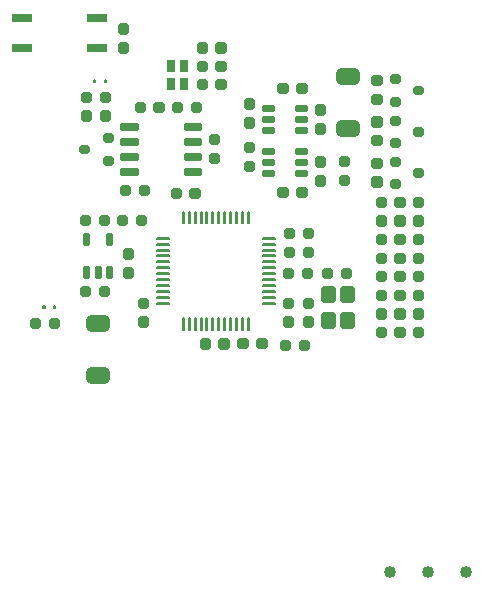
<source format=gtp>
G04 EAGLE Gerber RS-274X export*
G75*
%MOMM*%
%FSLAX34Y34*%
%LPD*%
%INTop Paste*%
%IPPOS*%
%AMOC8*
5,1,8,0,0,1.08239X$1,22.5*%
G01*
%ADD10C,0.665000*%
%ADD11C,0.560000*%
%ADD12C,0.980000*%
%ADD13C,0.420000*%
%ADD14C,0.203000*%
%ADD15C,0.480000*%
%ADD16R,0.800000X1.000000*%
%ADD17C,0.210000*%
%ADD18R,1.800000X0.650000*%
%ADD19C,1.016000*%


D10*
X343075Y313575D02*
X343075Y316425D01*
X345925Y316425D01*
X345925Y313575D01*
X343075Y313575D01*
X343075Y300425D02*
X343075Y297575D01*
X343075Y300425D02*
X345925Y300425D01*
X345925Y297575D01*
X343075Y297575D01*
X422075Y367575D02*
X422075Y370425D01*
X424925Y370425D01*
X424925Y367575D01*
X422075Y367575D01*
X422075Y354425D02*
X422075Y351575D01*
X422075Y354425D02*
X424925Y354425D01*
X424925Y351575D01*
X422075Y351575D01*
X422075Y338925D02*
X422075Y336075D01*
X422075Y338925D02*
X424925Y338925D01*
X424925Y336075D01*
X422075Y336075D01*
X422075Y322925D02*
X422075Y320075D01*
X422075Y322925D02*
X424925Y322925D01*
X424925Y320075D01*
X422075Y320075D01*
X422075Y307425D02*
X422075Y304575D01*
X422075Y307425D02*
X424925Y307425D01*
X424925Y304575D01*
X422075Y304575D01*
X422075Y291425D02*
X422075Y288575D01*
X422075Y291425D02*
X424925Y291425D01*
X424925Y288575D01*
X422075Y288575D01*
X424925Y383075D02*
X424925Y385925D01*
X424925Y383075D02*
X422075Y383075D01*
X422075Y385925D01*
X424925Y385925D01*
X424925Y399075D02*
X424925Y401925D01*
X424925Y399075D02*
X422075Y399075D01*
X422075Y401925D01*
X424925Y401925D01*
X310075Y482075D02*
X310075Y484925D01*
X312925Y484925D01*
X312925Y482075D01*
X310075Y482075D01*
X310075Y468925D02*
X310075Y466075D01*
X310075Y468925D02*
X312925Y468925D01*
X312925Y466075D01*
X310075Y466075D01*
X338575Y495575D02*
X341425Y495575D01*
X338575Y495575D02*
X338575Y498425D01*
X341425Y498425D01*
X341425Y495575D01*
X354575Y495575D02*
X357425Y495575D01*
X354575Y495575D02*
X354575Y498425D01*
X357425Y498425D01*
X357425Y495575D01*
X370075Y435925D02*
X370075Y433075D01*
X370075Y435925D02*
X372925Y435925D01*
X372925Y433075D01*
X370075Y433075D01*
X370075Y419925D02*
X370075Y417075D01*
X370075Y419925D02*
X372925Y419925D01*
X372925Y417075D01*
X370075Y417075D01*
X280575Y452075D02*
X280575Y454925D01*
X283425Y454925D01*
X283425Y452075D01*
X280575Y452075D01*
X280575Y438925D02*
X280575Y436075D01*
X280575Y438925D02*
X283425Y438925D01*
X283425Y436075D01*
X280575Y436075D01*
D11*
X173200Y444300D02*
X173200Y446700D01*
X173200Y444300D02*
X169800Y444300D01*
X169800Y446700D01*
X173200Y446700D01*
X193200Y453800D02*
X193200Y456200D01*
X193200Y453800D02*
X189800Y453800D01*
X189800Y456200D01*
X193200Y456200D01*
X193200Y437200D02*
X193200Y434800D01*
X189800Y434800D01*
X189800Y437200D01*
X193200Y437200D01*
D12*
X389400Y460900D02*
X389400Y465100D01*
X399600Y465100D01*
X399600Y460900D01*
X389400Y460900D01*
X389400Y504900D02*
X389400Y509100D01*
X399600Y509100D01*
X399600Y504900D01*
X389400Y504900D01*
D11*
X452800Y426700D02*
X452800Y424300D01*
X452800Y426700D02*
X456200Y426700D01*
X456200Y424300D01*
X452800Y424300D01*
X432800Y417200D02*
X432800Y414800D01*
X432800Y417200D02*
X436200Y417200D01*
X436200Y414800D01*
X432800Y414800D01*
X432800Y433800D02*
X432800Y436200D01*
X436200Y436200D01*
X436200Y433800D01*
X432800Y433800D01*
X452800Y459300D02*
X452800Y461700D01*
X456200Y461700D01*
X456200Y459300D01*
X452800Y459300D01*
X432800Y452200D02*
X432800Y449800D01*
X432800Y452200D02*
X436200Y452200D01*
X436200Y449800D01*
X432800Y449800D01*
X432800Y468800D02*
X432800Y471200D01*
X436200Y471200D01*
X436200Y468800D01*
X432800Y468800D01*
X452800Y494300D02*
X452800Y496700D01*
X456200Y496700D01*
X456200Y494300D01*
X452800Y494300D01*
X432800Y487200D02*
X432800Y484800D01*
X432800Y487200D02*
X436200Y487200D01*
X436200Y484800D01*
X432800Y484800D01*
X432800Y503800D02*
X432800Y506200D01*
X436200Y506200D01*
X436200Y503800D01*
X432800Y503800D01*
D10*
X440425Y385925D02*
X440425Y383075D01*
X437575Y383075D01*
X437575Y385925D01*
X440425Y385925D01*
X440425Y399075D02*
X440425Y401925D01*
X440425Y399075D02*
X437575Y399075D01*
X437575Y401925D01*
X440425Y401925D01*
X357425Y409925D02*
X354575Y409925D01*
X357425Y409925D02*
X357425Y407075D01*
X354575Y407075D01*
X354575Y409925D01*
X341425Y409925D02*
X338575Y409925D01*
X341425Y409925D02*
X341425Y407075D01*
X338575Y407075D01*
X338575Y409925D01*
X393425Y417575D02*
X393425Y420425D01*
X393425Y417575D02*
X390575Y417575D01*
X390575Y420425D01*
X393425Y420425D01*
X393425Y433575D02*
X393425Y436425D01*
X393425Y433575D02*
X390575Y433575D01*
X390575Y436425D01*
X393425Y436425D01*
X310075Y445575D02*
X310075Y448425D01*
X312925Y448425D01*
X312925Y445575D01*
X310075Y445575D01*
X310075Y432425D02*
X310075Y429575D01*
X310075Y432425D02*
X312925Y432425D01*
X312925Y429575D01*
X310075Y429575D01*
X420925Y418925D02*
X420925Y416075D01*
X418075Y416075D01*
X418075Y418925D01*
X420925Y418925D01*
X420925Y432075D02*
X420925Y434925D01*
X420925Y432075D02*
X418075Y432075D01*
X418075Y434925D01*
X420925Y434925D01*
X420925Y451075D02*
X420925Y453925D01*
X420925Y451075D02*
X418075Y451075D01*
X418075Y453925D01*
X420925Y453925D01*
X420925Y467075D02*
X420925Y469925D01*
X420925Y467075D02*
X418075Y467075D01*
X418075Y469925D01*
X420925Y469925D01*
X420925Y486075D02*
X420925Y488925D01*
X420925Y486075D02*
X418075Y486075D01*
X418075Y488925D01*
X420925Y488925D01*
X420925Y502075D02*
X420925Y504925D01*
X420925Y502075D02*
X418075Y502075D01*
X418075Y504925D01*
X420925Y504925D01*
X174925Y472075D02*
X172075Y472075D01*
X172075Y474925D01*
X174925Y474925D01*
X174925Y472075D01*
X188075Y472075D02*
X190925Y472075D01*
X188075Y472075D02*
X188075Y474925D01*
X190925Y474925D01*
X190925Y472075D01*
X455925Y354425D02*
X455925Y351575D01*
X453075Y351575D01*
X453075Y354425D01*
X455925Y354425D01*
X455925Y367575D02*
X455925Y370425D01*
X455925Y367575D02*
X453075Y367575D01*
X453075Y370425D01*
X455925Y370425D01*
X437575Y370425D02*
X437575Y367575D01*
X437575Y370425D02*
X440425Y370425D01*
X440425Y367575D01*
X437575Y367575D01*
X437575Y354425D02*
X437575Y351575D01*
X437575Y354425D02*
X440425Y354425D01*
X440425Y351575D01*
X437575Y351575D01*
X455925Y322925D02*
X455925Y320075D01*
X453075Y320075D01*
X453075Y322925D01*
X455925Y322925D01*
X455925Y336075D02*
X455925Y338925D01*
X455925Y336075D02*
X453075Y336075D01*
X453075Y338925D01*
X455925Y338925D01*
X437575Y338925D02*
X437575Y336075D01*
X437575Y338925D02*
X440425Y338925D01*
X440425Y336075D01*
X437575Y336075D01*
X437575Y322925D02*
X437575Y320075D01*
X437575Y322925D02*
X440425Y322925D01*
X440425Y320075D01*
X437575Y320075D01*
X455925Y291425D02*
X455925Y288575D01*
X453075Y288575D01*
X453075Y291425D01*
X455925Y291425D01*
X455925Y304575D02*
X455925Y307425D01*
X455925Y304575D02*
X453075Y304575D01*
X453075Y307425D01*
X455925Y307425D01*
X437575Y307425D02*
X437575Y304575D01*
X437575Y307425D02*
X440425Y307425D01*
X440425Y304575D01*
X437575Y304575D01*
X437575Y291425D02*
X437575Y288575D01*
X437575Y291425D02*
X440425Y291425D01*
X440425Y288575D01*
X437575Y288575D01*
X453075Y399075D02*
X453075Y401925D01*
X455925Y401925D01*
X455925Y399075D01*
X453075Y399075D01*
X453075Y385925D02*
X453075Y383075D01*
X453075Y385925D02*
X455925Y385925D01*
X455925Y383075D01*
X453075Y383075D01*
D13*
X269150Y427350D02*
X257850Y427350D01*
X269150Y427350D02*
X269150Y425550D01*
X257850Y425550D01*
X257850Y427350D01*
X215150Y427350D02*
X203850Y427350D01*
X215150Y427350D02*
X215150Y425550D01*
X203850Y425550D01*
X203850Y427350D01*
X257850Y440050D02*
X269150Y440050D01*
X269150Y438250D01*
X257850Y438250D01*
X257850Y440050D01*
X257850Y452750D02*
X269150Y452750D01*
X269150Y450950D01*
X257850Y450950D01*
X257850Y452750D01*
X215150Y440050D02*
X203850Y440050D01*
X215150Y440050D02*
X215150Y438250D01*
X203850Y438250D01*
X203850Y440050D01*
X203850Y452750D02*
X215150Y452750D01*
X215150Y450950D01*
X203850Y450950D01*
X203850Y452750D01*
X257850Y465450D02*
X269150Y465450D01*
X269150Y463650D01*
X257850Y463650D01*
X257850Y465450D01*
X215150Y465450D02*
X203850Y465450D01*
X215150Y465450D02*
X215150Y463650D01*
X203850Y463650D01*
X203850Y465450D01*
X324100Y479600D02*
X330900Y479600D01*
X324100Y479600D02*
X324100Y481400D01*
X330900Y481400D01*
X330900Y479600D01*
X330900Y470100D02*
X324100Y470100D01*
X324100Y471900D01*
X330900Y471900D01*
X330900Y470100D01*
X330900Y460600D02*
X324100Y460600D01*
X324100Y462400D01*
X330900Y462400D01*
X330900Y460600D01*
X352100Y460600D02*
X358900Y460600D01*
X352100Y460600D02*
X352100Y462400D01*
X358900Y462400D01*
X358900Y460600D01*
X358900Y470100D02*
X352100Y470100D01*
X352100Y471900D01*
X358900Y471900D01*
X358900Y470100D01*
X358900Y479600D02*
X352100Y479600D01*
X352100Y481400D01*
X358900Y481400D01*
X358900Y479600D01*
X330900Y443100D02*
X324100Y443100D01*
X324100Y444900D01*
X330900Y444900D01*
X330900Y443100D01*
X330900Y433600D02*
X324100Y433600D01*
X324100Y435400D01*
X330900Y435400D01*
X330900Y433600D01*
X330900Y424100D02*
X324100Y424100D01*
X324100Y425900D01*
X330900Y425900D01*
X330900Y424100D01*
X352100Y424100D02*
X358900Y424100D01*
X352100Y424100D02*
X352100Y425900D01*
X358900Y425900D01*
X358900Y424100D01*
X358900Y433600D02*
X352100Y433600D01*
X352100Y435400D01*
X358900Y435400D01*
X358900Y433600D01*
X358900Y443100D02*
X352100Y443100D01*
X352100Y444900D01*
X358900Y444900D01*
X358900Y443100D01*
D10*
X267925Y481925D02*
X265075Y481925D01*
X267925Y481925D02*
X267925Y479075D01*
X265075Y479075D01*
X265075Y481925D01*
X251925Y481925D02*
X249075Y481925D01*
X251925Y481925D02*
X251925Y479075D01*
X249075Y479075D01*
X249075Y481925D01*
X236425Y481925D02*
X233575Y481925D01*
X236425Y481925D02*
X236425Y479075D01*
X233575Y479075D01*
X233575Y481925D01*
X220425Y481925D02*
X217575Y481925D01*
X220425Y481925D02*
X220425Y479075D01*
X217575Y479075D01*
X217575Y481925D01*
X221075Y411925D02*
X223925Y411925D01*
X223925Y409075D01*
X221075Y409075D01*
X221075Y411925D01*
X207925Y411925D02*
X205075Y411925D01*
X207925Y411925D02*
X207925Y409075D01*
X205075Y409075D01*
X205075Y411925D01*
X190925Y490425D02*
X188075Y490425D01*
X190925Y490425D02*
X190925Y487575D01*
X188075Y487575D01*
X188075Y490425D01*
X174925Y490425D02*
X172075Y490425D01*
X174925Y490425D02*
X174925Y487575D01*
X172075Y487575D01*
X172075Y490425D01*
X370075Y479925D02*
X370075Y477075D01*
X370075Y479925D02*
X372925Y479925D01*
X372925Y477075D01*
X370075Y477075D01*
X370075Y463925D02*
X370075Y461075D01*
X370075Y463925D02*
X372925Y463925D01*
X372925Y461075D01*
X370075Y461075D01*
D14*
X332985Y315435D02*
X323015Y315435D01*
X332985Y315435D02*
X332985Y314565D01*
X323015Y314565D01*
X323015Y315435D01*
X323015Y320435D02*
X332985Y320435D01*
X332985Y319565D01*
X323015Y319565D01*
X323015Y320435D01*
X323015Y325435D02*
X332985Y325435D01*
X332985Y324565D01*
X323015Y324565D01*
X323015Y325435D01*
X323015Y330435D02*
X332985Y330435D01*
X332985Y329565D01*
X323015Y329565D01*
X323015Y330435D01*
X323015Y335435D02*
X332985Y335435D01*
X332985Y334565D01*
X323015Y334565D01*
X323015Y335435D01*
X323015Y340435D02*
X332985Y340435D01*
X332985Y339565D01*
X323015Y339565D01*
X323015Y340435D01*
X323015Y345435D02*
X332985Y345435D01*
X332985Y344565D01*
X323015Y344565D01*
X323015Y345435D01*
X323015Y350435D02*
X332985Y350435D01*
X332985Y349565D01*
X323015Y349565D01*
X323015Y350435D01*
X323015Y355435D02*
X332985Y355435D01*
X332985Y354565D01*
X323015Y354565D01*
X323015Y355435D01*
X323015Y360435D02*
X332985Y360435D01*
X332985Y359565D01*
X323015Y359565D01*
X323015Y360435D01*
X323015Y365435D02*
X332985Y365435D01*
X332985Y364565D01*
X323015Y364565D01*
X323015Y365435D01*
X323015Y370435D02*
X332985Y370435D01*
X332985Y369565D01*
X323015Y369565D01*
X323015Y370435D01*
X310065Y382515D02*
X310065Y392485D01*
X310935Y392485D01*
X310935Y382515D01*
X310065Y382515D01*
X310065Y384443D02*
X310935Y384443D01*
X310935Y386371D02*
X310065Y386371D01*
X310065Y388299D02*
X310935Y388299D01*
X310935Y390227D02*
X310065Y390227D01*
X310065Y392155D02*
X310935Y392155D01*
X305065Y392485D02*
X305065Y382515D01*
X305065Y392485D02*
X305935Y392485D01*
X305935Y382515D01*
X305065Y382515D01*
X305065Y384443D02*
X305935Y384443D01*
X305935Y386371D02*
X305065Y386371D01*
X305065Y388299D02*
X305935Y388299D01*
X305935Y390227D02*
X305065Y390227D01*
X305065Y392155D02*
X305935Y392155D01*
X300065Y392485D02*
X300065Y382515D01*
X300065Y392485D02*
X300935Y392485D01*
X300935Y382515D01*
X300065Y382515D01*
X300065Y384443D02*
X300935Y384443D01*
X300935Y386371D02*
X300065Y386371D01*
X300065Y388299D02*
X300935Y388299D01*
X300935Y390227D02*
X300065Y390227D01*
X300065Y392155D02*
X300935Y392155D01*
X295065Y392485D02*
X295065Y382515D01*
X295065Y392485D02*
X295935Y392485D01*
X295935Y382515D01*
X295065Y382515D01*
X295065Y384443D02*
X295935Y384443D01*
X295935Y386371D02*
X295065Y386371D01*
X295065Y388299D02*
X295935Y388299D01*
X295935Y390227D02*
X295065Y390227D01*
X295065Y392155D02*
X295935Y392155D01*
X290065Y392485D02*
X290065Y382515D01*
X290065Y392485D02*
X290935Y392485D01*
X290935Y382515D01*
X290065Y382515D01*
X290065Y384443D02*
X290935Y384443D01*
X290935Y386371D02*
X290065Y386371D01*
X290065Y388299D02*
X290935Y388299D01*
X290935Y390227D02*
X290065Y390227D01*
X290065Y392155D02*
X290935Y392155D01*
X285065Y392485D02*
X285065Y382515D01*
X285065Y392485D02*
X285935Y392485D01*
X285935Y382515D01*
X285065Y382515D01*
X285065Y384443D02*
X285935Y384443D01*
X285935Y386371D02*
X285065Y386371D01*
X285065Y388299D02*
X285935Y388299D01*
X285935Y390227D02*
X285065Y390227D01*
X285065Y392155D02*
X285935Y392155D01*
X280065Y392485D02*
X280065Y382515D01*
X280065Y392485D02*
X280935Y392485D01*
X280935Y382515D01*
X280065Y382515D01*
X280065Y384443D02*
X280935Y384443D01*
X280935Y386371D02*
X280065Y386371D01*
X280065Y388299D02*
X280935Y388299D01*
X280935Y390227D02*
X280065Y390227D01*
X280065Y392155D02*
X280935Y392155D01*
X275065Y392485D02*
X275065Y382515D01*
X275065Y392485D02*
X275935Y392485D01*
X275935Y382515D01*
X275065Y382515D01*
X275065Y384443D02*
X275935Y384443D01*
X275935Y386371D02*
X275065Y386371D01*
X275065Y388299D02*
X275935Y388299D01*
X275935Y390227D02*
X275065Y390227D01*
X275065Y392155D02*
X275935Y392155D01*
X270065Y392485D02*
X270065Y382515D01*
X270065Y392485D02*
X270935Y392485D01*
X270935Y382515D01*
X270065Y382515D01*
X270065Y384443D02*
X270935Y384443D01*
X270935Y386371D02*
X270065Y386371D01*
X270065Y388299D02*
X270935Y388299D01*
X270935Y390227D02*
X270065Y390227D01*
X270065Y392155D02*
X270935Y392155D01*
X265065Y392485D02*
X265065Y382515D01*
X265065Y392485D02*
X265935Y392485D01*
X265935Y382515D01*
X265065Y382515D01*
X265065Y384443D02*
X265935Y384443D01*
X265935Y386371D02*
X265065Y386371D01*
X265065Y388299D02*
X265935Y388299D01*
X265935Y390227D02*
X265065Y390227D01*
X265065Y392155D02*
X265935Y392155D01*
X260065Y392485D02*
X260065Y382515D01*
X260065Y392485D02*
X260935Y392485D01*
X260935Y382515D01*
X260065Y382515D01*
X260065Y384443D02*
X260935Y384443D01*
X260935Y386371D02*
X260065Y386371D01*
X260065Y388299D02*
X260935Y388299D01*
X260935Y390227D02*
X260065Y390227D01*
X260065Y392155D02*
X260935Y392155D01*
X255065Y392485D02*
X255065Y382515D01*
X255065Y392485D02*
X255935Y392485D01*
X255935Y382515D01*
X255065Y382515D01*
X255065Y384443D02*
X255935Y384443D01*
X255935Y386371D02*
X255065Y386371D01*
X255065Y388299D02*
X255935Y388299D01*
X255935Y390227D02*
X255065Y390227D01*
X255065Y392155D02*
X255935Y392155D01*
X242985Y370435D02*
X233015Y370435D01*
X242985Y370435D02*
X242985Y369565D01*
X233015Y369565D01*
X233015Y370435D01*
X233015Y365435D02*
X242985Y365435D01*
X242985Y364565D01*
X233015Y364565D01*
X233015Y365435D01*
X233015Y360435D02*
X242985Y360435D01*
X242985Y359565D01*
X233015Y359565D01*
X233015Y360435D01*
X233015Y355435D02*
X242985Y355435D01*
X242985Y354565D01*
X233015Y354565D01*
X233015Y355435D01*
X233015Y350435D02*
X242985Y350435D01*
X242985Y349565D01*
X233015Y349565D01*
X233015Y350435D01*
X233015Y345435D02*
X242985Y345435D01*
X242985Y344565D01*
X233015Y344565D01*
X233015Y345435D01*
X233015Y340435D02*
X242985Y340435D01*
X242985Y339565D01*
X233015Y339565D01*
X233015Y340435D01*
X233015Y335435D02*
X242985Y335435D01*
X242985Y334565D01*
X233015Y334565D01*
X233015Y335435D01*
X233015Y330435D02*
X242985Y330435D01*
X242985Y329565D01*
X233015Y329565D01*
X233015Y330435D01*
X233015Y325435D02*
X242985Y325435D01*
X242985Y324565D01*
X233015Y324565D01*
X233015Y325435D01*
X233015Y320435D02*
X242985Y320435D01*
X242985Y319565D01*
X233015Y319565D01*
X233015Y320435D01*
X233015Y315435D02*
X242985Y315435D01*
X242985Y314565D01*
X233015Y314565D01*
X233015Y315435D01*
X255065Y302485D02*
X255065Y292515D01*
X255065Y302485D02*
X255935Y302485D01*
X255935Y292515D01*
X255065Y292515D01*
X255065Y294443D02*
X255935Y294443D01*
X255935Y296371D02*
X255065Y296371D01*
X255065Y298299D02*
X255935Y298299D01*
X255935Y300227D02*
X255065Y300227D01*
X255065Y302155D02*
X255935Y302155D01*
X260065Y302485D02*
X260065Y292515D01*
X260065Y302485D02*
X260935Y302485D01*
X260935Y292515D01*
X260065Y292515D01*
X260065Y294443D02*
X260935Y294443D01*
X260935Y296371D02*
X260065Y296371D01*
X260065Y298299D02*
X260935Y298299D01*
X260935Y300227D02*
X260065Y300227D01*
X260065Y302155D02*
X260935Y302155D01*
X265065Y302485D02*
X265065Y292515D01*
X265065Y302485D02*
X265935Y302485D01*
X265935Y292515D01*
X265065Y292515D01*
X265065Y294443D02*
X265935Y294443D01*
X265935Y296371D02*
X265065Y296371D01*
X265065Y298299D02*
X265935Y298299D01*
X265935Y300227D02*
X265065Y300227D01*
X265065Y302155D02*
X265935Y302155D01*
X270065Y302485D02*
X270065Y292515D01*
X270065Y302485D02*
X270935Y302485D01*
X270935Y292515D01*
X270065Y292515D01*
X270065Y294443D02*
X270935Y294443D01*
X270935Y296371D02*
X270065Y296371D01*
X270065Y298299D02*
X270935Y298299D01*
X270935Y300227D02*
X270065Y300227D01*
X270065Y302155D02*
X270935Y302155D01*
X275065Y302485D02*
X275065Y292515D01*
X275065Y302485D02*
X275935Y302485D01*
X275935Y292515D01*
X275065Y292515D01*
X275065Y294443D02*
X275935Y294443D01*
X275935Y296371D02*
X275065Y296371D01*
X275065Y298299D02*
X275935Y298299D01*
X275935Y300227D02*
X275065Y300227D01*
X275065Y302155D02*
X275935Y302155D01*
X280065Y302485D02*
X280065Y292515D01*
X280065Y302485D02*
X280935Y302485D01*
X280935Y292515D01*
X280065Y292515D01*
X280065Y294443D02*
X280935Y294443D01*
X280935Y296371D02*
X280065Y296371D01*
X280065Y298299D02*
X280935Y298299D01*
X280935Y300227D02*
X280065Y300227D01*
X280065Y302155D02*
X280935Y302155D01*
X285065Y302485D02*
X285065Y292515D01*
X285065Y302485D02*
X285935Y302485D01*
X285935Y292515D01*
X285065Y292515D01*
X285065Y294443D02*
X285935Y294443D01*
X285935Y296371D02*
X285065Y296371D01*
X285065Y298299D02*
X285935Y298299D01*
X285935Y300227D02*
X285065Y300227D01*
X285065Y302155D02*
X285935Y302155D01*
X290065Y302485D02*
X290065Y292515D01*
X290065Y302485D02*
X290935Y302485D01*
X290935Y292515D01*
X290065Y292515D01*
X290065Y294443D02*
X290935Y294443D01*
X290935Y296371D02*
X290065Y296371D01*
X290065Y298299D02*
X290935Y298299D01*
X290935Y300227D02*
X290065Y300227D01*
X290065Y302155D02*
X290935Y302155D01*
X295065Y302485D02*
X295065Y292515D01*
X295065Y302485D02*
X295935Y302485D01*
X295935Y292515D01*
X295065Y292515D01*
X295065Y294443D02*
X295935Y294443D01*
X295935Y296371D02*
X295065Y296371D01*
X295065Y298299D02*
X295935Y298299D01*
X295935Y300227D02*
X295065Y300227D01*
X295065Y302155D02*
X295935Y302155D01*
X300065Y302485D02*
X300065Y292515D01*
X300065Y302485D02*
X300935Y302485D01*
X300935Y292515D01*
X300065Y292515D01*
X300065Y294443D02*
X300935Y294443D01*
X300935Y296371D02*
X300065Y296371D01*
X300065Y298299D02*
X300935Y298299D01*
X300935Y300227D02*
X300065Y300227D01*
X300065Y302155D02*
X300935Y302155D01*
X305065Y302485D02*
X305065Y292515D01*
X305065Y302485D02*
X305935Y302485D01*
X305935Y292515D01*
X305065Y292515D01*
X305065Y294443D02*
X305935Y294443D01*
X305935Y296371D02*
X305065Y296371D01*
X305065Y298299D02*
X305935Y298299D01*
X305935Y300227D02*
X305065Y300227D01*
X305065Y302155D02*
X305935Y302155D01*
X310065Y302485D02*
X310065Y292515D01*
X310065Y302485D02*
X310935Y302485D01*
X310935Y292515D01*
X310065Y292515D01*
X310065Y294443D02*
X310935Y294443D01*
X310935Y296371D02*
X310065Y296371D01*
X310065Y298299D02*
X310935Y298299D01*
X310935Y300227D02*
X310065Y300227D01*
X310065Y302155D02*
X310935Y302155D01*
D10*
X250925Y406575D02*
X248075Y406575D01*
X248075Y409425D01*
X250925Y409425D01*
X250925Y406575D01*
X264075Y406575D02*
X266925Y406575D01*
X264075Y406575D02*
X264075Y409425D01*
X266925Y409425D01*
X266925Y406575D01*
X220075Y316425D02*
X220075Y313575D01*
X220075Y316425D02*
X222925Y316425D01*
X222925Y313575D01*
X220075Y313575D01*
X220075Y300425D02*
X220075Y297575D01*
X220075Y300425D02*
X222925Y300425D01*
X222925Y297575D01*
X220075Y297575D01*
X320575Y282425D02*
X323425Y282425D01*
X323425Y279575D01*
X320575Y279575D01*
X320575Y282425D01*
X307425Y282425D02*
X304575Y282425D01*
X307425Y282425D02*
X307425Y279575D01*
X304575Y279575D01*
X304575Y282425D01*
X221425Y386425D02*
X218575Y386425D01*
X221425Y386425D02*
X221425Y383575D01*
X218575Y383575D01*
X218575Y386425D01*
X205425Y386425D02*
X202575Y386425D01*
X205425Y386425D02*
X205425Y383575D01*
X202575Y383575D01*
X202575Y386425D01*
X344075Y356575D02*
X346925Y356575D01*
X344075Y356575D02*
X344075Y359425D01*
X346925Y359425D01*
X346925Y356575D01*
X360075Y356575D02*
X362925Y356575D01*
X360075Y356575D02*
X360075Y359425D01*
X362925Y359425D01*
X362925Y356575D01*
X346925Y372575D02*
X344075Y372575D01*
X344075Y375425D01*
X346925Y375425D01*
X346925Y372575D01*
X360075Y372575D02*
X362925Y372575D01*
X360075Y372575D02*
X360075Y375425D01*
X362925Y375425D01*
X362925Y372575D01*
X343425Y277575D02*
X340575Y277575D01*
X340575Y280425D01*
X343425Y280425D01*
X343425Y277575D01*
X356575Y277575D02*
X359425Y277575D01*
X356575Y277575D02*
X356575Y280425D01*
X359425Y280425D01*
X359425Y277575D01*
X291425Y281925D02*
X288575Y281925D01*
X291425Y281925D02*
X291425Y279075D01*
X288575Y279075D01*
X288575Y281925D01*
X275425Y281925D02*
X272575Y281925D01*
X275425Y281925D02*
X275425Y279075D01*
X272575Y279075D01*
X272575Y281925D01*
X376075Y338575D02*
X378925Y338575D01*
X376075Y338575D02*
X376075Y341425D01*
X378925Y341425D01*
X378925Y338575D01*
X392075Y338575D02*
X394925Y338575D01*
X392075Y338575D02*
X392075Y341425D01*
X394925Y341425D01*
X394925Y338575D01*
X360075Y316425D02*
X360075Y313575D01*
X360075Y316425D02*
X362925Y316425D01*
X362925Y313575D01*
X360075Y313575D01*
X360075Y300425D02*
X360075Y297575D01*
X360075Y300425D02*
X362925Y300425D01*
X362925Y297575D01*
X360075Y297575D01*
X345925Y338575D02*
X343075Y338575D01*
X343075Y341425D01*
X345925Y341425D01*
X345925Y338575D01*
X359075Y338575D02*
X361925Y338575D01*
X359075Y338575D02*
X359075Y341425D01*
X361925Y341425D01*
X361925Y338575D01*
D15*
X374900Y327100D02*
X374900Y317900D01*
X374900Y327100D02*
X382100Y327100D01*
X382100Y317900D01*
X374900Y317900D01*
X374900Y322460D02*
X382100Y322460D01*
X382100Y327020D02*
X374900Y327020D01*
X374900Y305100D02*
X374900Y295900D01*
X374900Y305100D02*
X382100Y305100D01*
X382100Y295900D01*
X374900Y295900D01*
X374900Y300460D02*
X382100Y300460D01*
X382100Y305020D02*
X374900Y305020D01*
X390900Y305100D02*
X390900Y295900D01*
X390900Y305100D02*
X398100Y305100D01*
X398100Y295900D01*
X390900Y295900D01*
X390900Y300460D02*
X398100Y300460D01*
X398100Y305020D02*
X390900Y305020D01*
X390900Y317900D02*
X390900Y327100D01*
X398100Y327100D01*
X398100Y317900D01*
X390900Y317900D01*
X390900Y322460D02*
X398100Y322460D01*
X398100Y327020D02*
X390900Y327020D01*
D16*
X245000Y515500D03*
X256000Y515500D03*
X256000Y500500D03*
X245000Y500500D03*
D10*
X270075Y498575D02*
X272925Y498575D01*
X270075Y498575D02*
X270075Y501425D01*
X272925Y501425D01*
X272925Y498575D01*
X286075Y498575D02*
X288925Y498575D01*
X286075Y498575D02*
X286075Y501425D01*
X288925Y501425D01*
X288925Y498575D01*
X272925Y514075D02*
X270075Y514075D01*
X270075Y516925D01*
X272925Y516925D01*
X272925Y514075D01*
X286075Y514075D02*
X288925Y514075D01*
X286075Y514075D02*
X286075Y516925D01*
X288925Y516925D01*
X288925Y514075D01*
X272925Y529575D02*
X270075Y529575D01*
X270075Y532425D01*
X272925Y532425D01*
X272925Y529575D01*
X286075Y529575D02*
X288925Y529575D01*
X286075Y529575D02*
X286075Y532425D01*
X288925Y532425D01*
X288925Y529575D01*
D17*
X180950Y502050D02*
X180050Y502050D01*
X180050Y503950D01*
X180950Y503950D01*
X180950Y502050D01*
X189050Y502050D02*
X189950Y502050D01*
X189050Y502050D02*
X189050Y503950D01*
X189950Y503950D01*
X189950Y502050D01*
D10*
X147925Y299425D02*
X145075Y299425D01*
X147925Y299425D02*
X147925Y296575D01*
X145075Y296575D01*
X145075Y299425D01*
X131925Y299425D02*
X129075Y299425D01*
X131925Y299425D02*
X131925Y296575D01*
X129075Y296575D01*
X129075Y299425D01*
D17*
X137050Y310550D02*
X137950Y310550D01*
X137050Y310550D02*
X137050Y312450D01*
X137950Y312450D01*
X137950Y310550D01*
X146050Y310550D02*
X146950Y310550D01*
X146050Y310550D02*
X146050Y312450D01*
X146950Y312450D01*
X146950Y310550D01*
D13*
X174300Y337600D02*
X174300Y344400D01*
X174300Y337600D02*
X172500Y337600D01*
X172500Y344400D01*
X174300Y344400D01*
X174300Y341590D02*
X172500Y341590D01*
X183800Y344400D02*
X183800Y337600D01*
X182000Y337600D01*
X182000Y344400D01*
X183800Y344400D01*
X183800Y341590D02*
X182000Y341590D01*
X193300Y344400D02*
X193300Y337600D01*
X191500Y337600D01*
X191500Y344400D01*
X193300Y344400D01*
X193300Y341590D02*
X191500Y341590D01*
X193300Y365600D02*
X193300Y372400D01*
X193300Y365600D02*
X191500Y365600D01*
X191500Y372400D01*
X193300Y372400D01*
X193300Y369590D02*
X191500Y369590D01*
X174300Y372400D02*
X174300Y365600D01*
X172500Y365600D01*
X172500Y372400D01*
X174300Y372400D01*
X174300Y369590D02*
X172500Y369590D01*
D10*
X207575Y357925D02*
X207575Y355075D01*
X207575Y357925D02*
X210425Y357925D01*
X210425Y355075D01*
X207575Y355075D01*
X207575Y341925D02*
X207575Y339075D01*
X207575Y341925D02*
X210425Y341925D01*
X210425Y339075D01*
X207575Y339075D01*
X173925Y323575D02*
X171075Y323575D01*
X171075Y326425D01*
X173925Y326425D01*
X173925Y323575D01*
X187075Y323575D02*
X189925Y323575D01*
X187075Y323575D02*
X187075Y326425D01*
X189925Y326425D01*
X189925Y323575D01*
X173925Y383575D02*
X171075Y383575D01*
X171075Y386425D01*
X173925Y386425D01*
X173925Y383575D01*
X187075Y383575D02*
X189925Y383575D01*
X187075Y383575D02*
X187075Y386425D01*
X189925Y386425D01*
X189925Y383575D01*
D12*
X178400Y256100D02*
X178400Y251900D01*
X178400Y256100D02*
X188600Y256100D01*
X188600Y251900D01*
X178400Y251900D01*
X178400Y295900D02*
X178400Y300100D01*
X188600Y300100D01*
X188600Y295900D01*
X178400Y295900D01*
D18*
X182000Y531300D03*
X182000Y556700D03*
X119000Y556700D03*
X119000Y531300D03*
D10*
X203575Y545575D02*
X203575Y548425D01*
X206425Y548425D01*
X206425Y545575D01*
X203575Y545575D01*
X203575Y532425D02*
X203575Y529575D01*
X203575Y532425D02*
X206425Y532425D01*
X206425Y529575D01*
X203575Y529575D01*
D19*
X430500Y87500D03*
X462500Y87500D03*
X494500Y87500D03*
M02*

</source>
